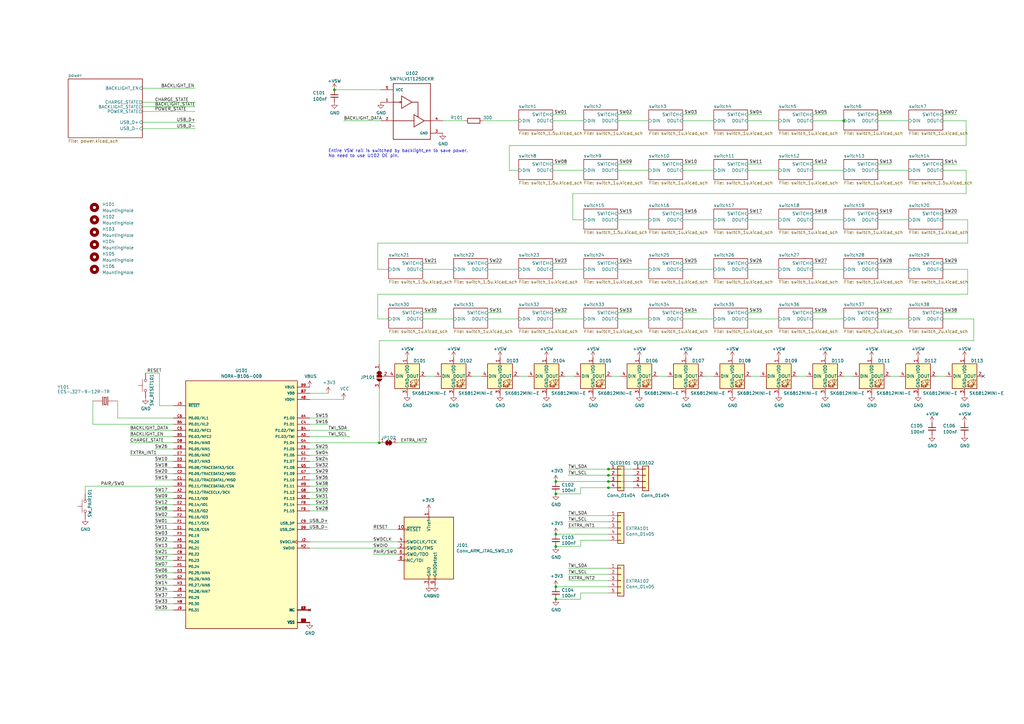
<source format=kicad_sch>
(kicad_sch (version 20211123) (generator eeschema)
  (paper "A3")
  (title_block (title "ErgoDucks") (date "2022-04-27") (rev "Rev 0.1"))
  (junction (at 249.555 200.025))
  (junction (at 155.575 181.61))
  (junction (at 227.965 219.075))
  (junction (at 346.075 49.53))
  (junction (at 249.555 194.945))
  (junction (at 137.16 36.83))
  (junction (at 227.965 202.565))
  (junction (at 227.965 240.665))
  (junction (at 227.965 224.155))
  (junction (at 249.555 192.405))
  (junction (at 249.555 197.485))
  (junction (at 227.965 245.745))
  (junction (at 227.965 197.485))
  (no_connect (at 403.225 154.305))
  (wire (pts (xy 173.355 107.95) (xy 179.07 107.95)))
  (wire (pts (xy 134.62 204.47) (xy 127 204.47)))
  (wire (pts (xy 63.5 189.23) (xy 71.12 189.23)))
  (wire (pts (xy 58.42 52.705) (xy 80.01 52.705)))
  (wire (pts (xy 137.16 36.83) (xy 156.21 36.83)))
  (wire (pts (xy 63.5 242.57) (xy 71.12 242.57)))
  (wire (pts (xy 249.555 211.455) (xy 233.045 211.455)))
  (wire (pts (xy 34.925 202.565) (xy 34.925 199.39)))
  (wire (pts (xy 333.375 130.81) (xy 346.075 130.81)))
  (wire (pts (xy 360.045 110.49) (xy 372.745 110.49)))
  (wire (pts (xy 346.075 49.53) (xy 346.71 49.53)))
  (wire (pts (xy 269.875 154.305) (xy 273.685 154.305)))
  (wire (pts (xy 59.69 153.035) (xy 65.405 153.035)))
  (wire (pts (xy 280.035 107.95) (xy 285.75 107.95)))
  (wire (pts (xy 253.365 46.99) (xy 259.08 46.99)))
  (wire (pts (xy 253.365 49.53) (xy 266.065 49.53)))
  (wire (pts (xy 200.025 128.27) (xy 205.74 128.27)))
  (wire (pts (xy 386.715 130.81) (xy 399.415 130.81)))
  (wire (pts (xy 154.94 130.81) (xy 159.385 130.81)))
  (wire (pts (xy 253.365 128.27) (xy 259.08 128.27)))
  (wire (pts (xy 238.125 200.025) (xy 238.125 202.565)))
  (wire (pts (xy 134.62 184.15) (xy 127 184.15)))
  (wire (pts (xy 63.5 212.09) (xy 71.12 212.09)))
  (wire (pts (xy 396.24 79.375) (xy 234.95 79.375)))
  (wire (pts (xy 134.62 171.45) (xy 127 171.45)))
  (wire (pts (xy 333.375 107.95) (xy 339.09 107.95)))
  (wire (pts (xy 249.555 200.025) (xy 259.715 200.025)))
  (wire (pts (xy 360.045 87.63) (xy 365.76 87.63)))
  (wire (pts (xy 360.045 46.99) (xy 365.76 46.99)))
  (wire (pts (xy 174.625 154.305) (xy 178.435 154.305)))
  (wire (pts (xy 386.715 110.49) (xy 396.875 110.49)))
  (wire (pts (xy 238.125 243.205) (xy 238.125 245.745)))
  (wire (pts (xy 127 217.17) (xy 134.62 217.17)))
  (wire (pts (xy 360.045 128.27) (xy 365.76 128.27)))
  (wire (pts (xy 396.875 120.65) (xy 154.94 120.65)))
  (wire (pts (xy 280.035 87.63) (xy 285.75 87.63)))
  (wire (pts (xy 63.5 229.87) (xy 71.12 229.87)))
  (wire (pts (xy 386.715 46.99) (xy 392.43 46.99)))
  (wire (pts (xy 127 179.07) (xy 143.51 179.07)))
  (wire (pts (xy 327.025 154.305) (xy 330.835 154.305)))
  (wire (pts (xy 253.365 130.81) (xy 266.065 130.81)))
  (wire (pts (xy 38.1 164.465) (xy 38.1 173.99)))
  (wire (pts (xy 134.62 207.01) (xy 127 207.01)))
  (wire (pts (xy 127 214.63) (xy 134.62 214.63)))
  (wire (pts (xy 134.62 189.23) (xy 127 189.23)))
  (wire (pts (xy 163.195 224.79) (xy 127 224.79)))
  (wire (pts (xy 63.5 196.85) (xy 71.12 196.85)))
  (wire (pts (xy 280.035 46.99) (xy 285.75 46.99)))
  (wire (pts (xy 253.365 110.49) (xy 266.065 110.49)))
  (wire (pts (xy 208.915 59.69) (xy 396.24 59.69)))
  (wire (pts (xy 48.26 171.45) (xy 48.26 164.465)))
  (wire (pts (xy 306.705 90.17) (xy 319.405 90.17)))
  (wire (pts (xy 173.355 128.27) (xy 179.07 128.27)))
  (wire (pts (xy 253.365 69.85) (xy 266.065 69.85)))
  (wire (pts (xy 154.94 120.65) (xy 154.94 130.81)))
  (wire (pts (xy 127 222.25) (xy 163.195 222.25)))
  (wire (pts (xy 249.555 192.405) (xy 233.045 192.405)))
  (wire (pts (xy 34.925 199.39) (xy 71.12 199.39)))
  (wire (pts (xy 63.5 227.33) (xy 71.12 227.33)))
  (wire (pts (xy 386.715 107.95) (xy 392.43 107.95)))
  (wire (pts (xy 249.555 200.025) (xy 238.125 200.025)))
  (wire (pts (xy 80.01 45.72) (xy 58.42 45.72)))
  (wire (pts (xy 399.415 139.7) (xy 155.575 139.7)))
  (wire (pts (xy 226.695 69.85) (xy 239.395 69.85)))
  (wire (pts (xy 234.95 79.375) (xy 234.95 90.17)))
  (wire (pts (xy 250.825 154.305) (xy 254.635 154.305)))
  (wire (pts (xy 63.5 247.65) (xy 71.12 247.65)))
  (wire (pts (xy 63.5 207.01) (xy 71.12 207.01)))
  (wire (pts (xy 249.555 213.995) (xy 233.045 213.995)))
  (wire (pts (xy 384.175 154.305) (xy 387.985 154.305)))
  (wire (pts (xy 249.555 192.405) (xy 259.715 192.405)))
  (wire (pts (xy 80.01 43.815) (xy 58.42 43.815)))
  (wire (pts (xy 365.125 154.305) (xy 368.935 154.305)))
  (wire (pts (xy 333.375 46.99) (xy 339.09 46.99)))
  (wire (pts (xy 306.705 128.27) (xy 312.42 128.27)))
  (wire (pts (xy 280.035 67.31) (xy 285.75 67.31)))
  (wire (pts (xy 63.5 245.11) (xy 71.12 245.11)))
  (wire (pts (xy 226.695 49.53) (xy 239.395 49.53)))
  (wire (pts (xy 233.045 238.125) (xy 249.555 238.125)))
  (wire (pts (xy 249.555 194.945) (xy 233.045 194.945)))
  (wire (pts (xy 386.715 128.27) (xy 392.43 128.27)))
  (wire (pts (xy 65.405 166.37) (xy 65.405 153.035)))
  (wire (pts (xy 288.925 154.305) (xy 292.735 154.305)))
  (wire (pts (xy 53.34 176.53) (xy 71.12 176.53)))
  (wire (pts (xy 134.62 199.39) (xy 127 199.39)))
  (wire (pts (xy 386.715 67.31) (xy 392.43 67.31)))
  (wire (pts (xy 333.375 90.17) (xy 346.075 90.17)))
  (wire (pts (xy 333.375 69.85) (xy 346.075 69.85)))
  (wire (pts (xy 249.555 194.945) (xy 259.715 194.945)))
  (wire (pts (xy 63.5 222.25) (xy 71.12 222.25)))
  (wire (pts (xy 63.5 219.71) (xy 71.12 219.71)))
  (wire (pts (xy 134.62 186.69) (xy 127 186.69)))
  (wire (pts (xy 181.61 49.53) (xy 190.5 49.53)))
  (wire (pts (xy 238.125 221.615) (xy 238.125 224.155)))
  (wire (pts (xy 227.965 240.665) (xy 249.555 240.665)))
  (wire (pts (xy 333.375 87.63) (xy 339.09 87.63)))
  (wire (pts (xy 386.715 49.53) (xy 396.24 49.53)))
  (wire (pts (xy 238.125 224.155) (xy 227.965 224.155)))
  (wire (pts (xy 134.62 209.55) (xy 127 209.55)))
  (wire (pts (xy 63.5 204.47) (xy 71.12 204.47)))
  (wire (pts (xy 226.695 67.31) (xy 232.41 67.31)))
  (wire (pts (xy 140.97 163.83) (xy 127 163.83)))
  (wire (pts (xy 226.695 46.99) (xy 232.41 46.99)))
  (wire (pts (xy 396.24 49.53) (xy 396.24 59.69)))
  (wire (pts (xy 249.555 243.205) (xy 238.125 243.205)))
  (wire (pts (xy 360.045 69.85) (xy 372.745 69.85)))
  (wire (pts (xy 234.95 90.17) (xy 239.395 90.17)))
  (wire (pts (xy 154.94 99.695) (xy 154.94 110.49)))
  (wire (pts (xy 306.705 130.81) (xy 319.405 130.81)))
  (wire (pts (xy 253.365 67.31) (xy 259.08 67.31)))
  (wire (pts (xy 249.555 233.045) (xy 233.045 233.045)))
  (wire (pts (xy 140.97 49.53) (xy 156.21 49.53)))
  (wire (pts (xy 80.01 41.91) (xy 58.42 41.91)))
  (wire (pts (xy 249.555 197.485) (xy 259.715 197.485)))
  (wire (pts (xy 360.045 107.95) (xy 365.76 107.95)))
  (wire (pts (xy 153.035 217.17) (xy 163.195 217.17)))
  (wire (pts (xy 307.975 154.305) (xy 311.785 154.305)))
  (wire (pts (xy 71.12 171.45) (xy 48.26 171.45)))
  (wire (pts (xy 333.375 67.31) (xy 339.09 67.31)))
  (wire (pts (xy 127 161.29) (xy 134.62 161.29)))
  (wire (pts (xy 134.62 201.93) (xy 127 201.93)))
  (wire (pts (xy 226.695 110.49) (xy 239.395 110.49)))
  (wire (pts (xy 396.24 69.85) (xy 396.24 79.375)))
  (wire (pts (xy 396.875 90.17) (xy 396.875 99.695)))
  (wire (pts (xy 306.705 49.53) (xy 319.405 49.53)))
  (wire (pts (xy 346.075 154.305) (xy 349.885 154.305)))
  (wire (pts (xy 134.62 194.31) (xy 127 194.31)))
  (wire (pts (xy 198.12 49.53) (xy 212.725 49.53)))
  (wire (pts (xy 53.34 181.61) (xy 71.12 181.61)))
  (wire (pts (xy 134.62 196.85) (xy 127 196.85)))
  (wire (pts (xy 226.695 128.27) (xy 232.41 128.27)))
  (wire (pts (xy 63.5 237.49) (xy 71.12 237.49)))
  (wire (pts (xy 200.025 130.81) (xy 212.725 130.81)))
  (wire (pts (xy 63.5 191.77) (xy 71.12 191.77)))
  (wire (pts (xy 396.875 110.49) (xy 396.875 120.65)))
  (wire (pts (xy 396.875 99.695) (xy 154.94 99.695)))
  (wire (pts (xy 38.1 173.99) (xy 71.12 173.99)))
  (wire (pts (xy 153.035 227.33) (xy 163.195 227.33)))
  (wire (pts (xy 226.695 130.81) (xy 239.395 130.81)))
  (wire (pts (xy 360.045 49.53) (xy 372.745 49.53)))
  (wire (pts (xy 200.025 110.49) (xy 212.725 110.49)))
  (wire (pts (xy 253.365 90.17) (xy 266.065 90.17)))
  (wire (pts (xy 280.035 110.49) (xy 292.735 110.49)))
  (wire (pts (xy 249.555 221.615) (xy 238.125 221.615)))
  (wire (pts (xy 63.5 250.19) (xy 71.12 250.19)))
  (wire (pts (xy 154.94 110.49) (xy 159.385 110.49)))
  (wire (pts (xy 63.5 234.95) (xy 71.12 234.95)))
  (wire (pts (xy 163.195 181.61) (xy 175.26 181.61)))
  (wire (pts (xy 71.12 166.37) (xy 65.405 166.37)))
  (wire (pts (xy 80.01 36.195) (xy 58.42 36.195)))
  (wire (pts (xy 208.915 69.85) (xy 212.725 69.85)))
  (wire (pts (xy 386.715 69.85) (xy 396.24 69.85)))
  (wire (pts (xy 63.5 201.93) (xy 71.12 201.93)))
  (wire (pts (xy 238.125 202.565) (xy 227.965 202.565)))
  (wire (pts (xy 333.375 110.49) (xy 346.075 110.49)))
  (wire (pts (xy 134.62 173.99) (xy 127 173.99)))
  (wire (pts (xy 280.035 90.17) (xy 292.735 90.17)))
  (wire (pts (xy 306.705 46.99) (xy 312.42 46.99)))
  (wire (pts (xy 212.725 154.305) (xy 216.535 154.305)))
  (wire (pts (xy 63.5 217.17) (xy 71.12 217.17)))
  (wire (pts (xy 333.375 49.53) (xy 346.075 49.53)))
  (wire (pts (xy 227.965 197.485) (xy 249.555 197.485)))
  (wire (pts (xy 53.34 179.07) (xy 71.12 179.07)))
  (wire (pts (xy 127 181.61) (xy 155.575 181.61)))
  (wire (pts (xy 63.5 209.55) (xy 71.12 209.55)))
  (wire (pts (xy 280.035 49.53) (xy 292.735 49.53)))
  (wire (pts (xy 208.915 59.69) (xy 208.915 69.85)))
  (wire (pts (xy 306.705 110.49) (xy 319.405 110.49)))
  (wire (pts (xy 399.415 130.81) (xy 399.415 139.7)))
  (wire (pts (xy 227.965 219.075) (xy 249.555 219.075)))
  (wire (pts (xy 63.5 224.79) (xy 71.12 224.79)))
  (wire (pts (xy 226.695 107.95) (xy 232.41 107.95)))
  (wire (pts (xy 63.5 240.03) (xy 71.12 240.03)))
  (wire (pts (xy 238.125 245.745) (xy 227.965 245.745)))
  (wire (pts (xy 127 176.53) (xy 143.51 176.53)))
  (wire (pts (xy 193.675 154.305) (xy 197.485 154.305)))
  (wire (pts (xy 63.5 214.63) (xy 71.12 214.63)))
  (wire (pts (xy 306.705 107.95) (xy 312.42 107.95)))
  (wire (pts (xy 306.705 69.85) (xy 319.405 69.85)))
  (wire (pts (xy 71.12 186.69) (xy 53.34 186.69)))
  (wire (pts (xy 63.5 194.31) (xy 71.12 194.31)))
  (wire (pts (xy 280.035 128.27) (xy 285.75 128.27)))
  (wire (pts (xy 155.575 139.7) (xy 155.575 149.225)))
  (wire (pts (xy 253.365 87.63) (xy 259.08 87.63)))
  (wire (pts (xy 58.42 50.165) (xy 80.01 50.165)))
  (wire (pts (xy 333.375 128.27) (xy 339.09 128.27)))
  (wire (pts (xy 155.575 181.61) (xy 155.575 159.385)))
  (wire (pts (xy 63.5 232.41) (xy 71.12 232.41)))
  (wire (pts (xy 63.5 184.15) (xy 71.12 184.15)))
  (wire (pts (xy 360.045 67.31) (xy 365.76 67.31)))
  (wire (pts (xy 280.035 130.81) (xy 292.735 130.81)))
  (wire (pts (xy 134.62 191.77) (xy 127 191.77)))
  (wire (pts (xy 231.775 154.305) (xy 235.585 154.305)))
  (wire (pts (xy 173.355 110.49) (xy 186.055 110.49)))
  (wire (pts (xy 233.045 216.535) (xy 249.555 216.535)))
  (wire (pts (xy 253.365 107.95) (xy 259.08 107.95)))
  (wire (pts (xy 386.715 87.63) (xy 392.43 87.63)))
  (wire (pts (xy 249.555 235.585) (xy 233.045 235.585)))
  (wire (pts (xy 360.045 90.17) (xy 372.745 90.17)))
  (wire (pts (xy 306.705 67.31) (xy 312.42 67.31)))
  (wire (pts (xy 386.715 90.17) (xy 396.875 90.17)))
  (wire (pts (xy 306.705 87.63) (xy 312.42 87.63)))
  (wire (pts (xy 173.355 130.81) (xy 186.055 130.81)))
  (wire (pts (xy 280.035 69.85) (xy 292.735 69.85)))
  (wire (pts (xy 360.045 130.81) (xy 372.745 130.81)))
  (wire (pts (xy 200.025 107.95) (xy 205.74 107.95)))
  (text "Entire VSW rail is switched by backlight_en to save power. \nNo need to use U102 OE pin." (at 134.62 64.77 0) (effects (font (size 1.27 1.27)) (justify left bottom)))
  (label "SW15" (at 134.62 171.45 180))
  (label "SW34" (at 280.67 128.27 0))
  (label "SW37" (at 63.5 245.11 0))
  (label "SW12" (at 334.01 67.31 0))
  (label "SW14" (at 63.5 240.03 0))
  (label "SW32" (at 134.62 191.77 180))
  (label "SW33" (at 254 128.27 0))
  (label "BACKLIGHT_STATE" (at 63.5 43.815 0))
  (label "SW09" (at 254 67.31 0))
  (label "SW29" (at 387.35 107.95 0))
  (label "SW11" (at 307.34 67.31 0))
  (label "SW19" (at 63.5 196.85 0))
  (label "SW05" (at 63.5 237.49 0))
  (label "SWDIO" (at 153.035 224.79 0))
  (label "SW26" (at 307.34 107.95 0))
  (label "SW27" (at 63.5 229.87 0))
  (label "SW18" (at 63.5 191.77 0))
  (label "TWI_SCL" (at 134.62 179.07 0))
  (label "SW37" (at 360.68 128.27 0))
  (label "SW08" (at 227.33 67.31 0))
  (label "POWER_STATE" (at 63.5 45.72 0))
  (label "SW38" (at 387.35 128.27 0))
  (label "BACKLIGHT_DATA" (at 140.97 49.53 0))
  (label "EXTRA_INT1" (at 233.045 216.535 0))
  (label "SW24" (at 134.62 189.23 180))
  (label "USB_D-" (at 134.62 217.17 180))
  (label "CHARGE_STATE" (at 53.34 181.61 0))
  (label "SW04" (at 307.34 46.99 0))
  (label "SW22" (at 200.66 107.95 0))
  (label "SW01" (at 227.33 46.99 0))
  (label "SW02" (at 63.5 212.09 0))
  (label "PAIR{slash}SWO" (at 153.035 227.33 0))
  (label "TWI_SCL" (at 233.045 235.585 0))
  (label "SW02" (at 254 46.99 0))
  (label "SW26" (at 63.5 184.15 0))
  (label "SW27" (at 334.01 107.95 0))
  (label "TWI_SDA" (at 233.045 211.455 0))
  (label "SW19" (at 360.68 87.63 0))
  (label "SW38" (at 134.62 199.39 180))
  (label "SW35" (at 307.34 128.27 0))
  (label "USB_D+" (at 72.39 50.165 0))
  (label "EXTRA_INT1" (at 53.34 186.69 0))
  (label "SW13" (at 63.5 224.79 0))
  (label "SWDCLK" (at 153.035 222.25 0))
  (label "SW23" (at 227.33 107.95 0))
  (label "BACKLIGHT_EN" (at 53.34 179.07 0))
  (label "EXTRA_INT2" (at 233.045 238.125 0))
  (label "SW29" (at 134.62 194.31 180))
  (label "SW13" (at 360.68 67.31 0))
  (label "RESET" (at 153.035 217.17 0))
  (label "EXTRA_INT2" (at 175.26 181.61 180))
  (label "SW16" (at 134.62 173.99 180))
  (label "SW32" (at 227.33 128.27 0))
  (label "TWI_SDA" (at 233.045 233.045 0))
  (label "SW16" (at 280.67 87.63 0))
  (label "SW24" (at 254 107.95 0))
  (label "TWI_SDA" (at 134.62 176.53 0))
  (label "USB_D-" (at 72.39 52.705 0))
  (label "SW30" (at 173.99 128.27 0))
  (label "SW23" (at 134.62 207.01 180))
  (label "SW28" (at 360.68 107.95 0))
  (label "SW07" (at 63.5 232.41 0))
  (label "SW18" (at 334.01 87.63 0))
  (label "SW06" (at 63.5 234.95 0))
  (label "SW36" (at 334.01 128.27 0))
  (label "SW12" (at 63.5 207.01 0))
  (label "SW15" (at 254 87.63 0))
  (label "SW17" (at 63.5 201.93 0))
  (label "SW31" (at 200.66 128.27 0))
  (label "PAIR{slash}SWO" (at 41.275 199.39 0))
  (label "TWI_SCL" (at 233.045 194.945 0))
  (label "SW14" (at 387.35 67.31 0))
  (label "SW06" (at 360.68 46.99 0))
  (label "SW33" (at 63.5 247.65 0))
  (label "SW01" (at 63.5 214.63 0))
  (label "TWI_SCL" (at 233.045 213.995 0))
  (label "SW03" (at 63.5 219.71 0))
  (label "SW35" (at 63.5 250.19 0))
  (label "BACKLIGHT_DATA" (at 53.34 176.53 0))
  (label "TWI_SDA" (at 233.045 192.405 0))
  (label "CHARGE_STATE" (at 63.5 41.91 0))
  (label "SW31" (at 134.62 204.47 180))
  (label "SW07" (at 387.35 46.99 0))
  (label "SW28" (at 134.62 209.55 180))
  (label "SW30" (at 134.62 201.93 180))
  (label "SW25" (at 280.67 107.95 0))
  (label "SW20" (at 387.35 87.63 0))
  (label "SW11" (at 63.5 217.17 0))
  (label "SW10" (at 63.5 189.23 0))
  (label "RESET" (at 60.325 153.035 0))
  (label "SW09" (at 63.5 204.47 0))
  (label "BACKLIGHT_EN" (at 66.04 36.195 0))
  (label "SW21" (at 63.5 227.33 0))
  (label "SW04" (at 134.62 186.69 180))
  (label "SW10" (at 280.67 67.31 0))
  (label "SW36" (at 134.62 196.85 180))
  (label "USB_D+" (at 134.62 214.63 180))
  (label "SW17" (at 307.34 87.63 0))
  (label "SW25" (at 134.62 184.15 180))
  (label "SW05" (at 334.01 46.99 0))
  (label "SW21" (at 173.99 107.95 0))
  (label "SW08" (at 63.5 209.55 0))
  (label "SW03" (at 280.67 46.99 0))
  (label "SW34" (at 63.5 242.57 0))
  (label "SW20" (at 63.5 194.31 0))
  (label "SW22" (at 63.5 222.25 0))
  (symbol (lib_id "power:VCC") (at 140.97 163.83 0) (unit 1)
    (property "Reference" "#PWR0108" (effects hide))
    (property "Value" "VCC" (at 141.351 159.4358 0))
  )
  (symbol (lib_id "ergoducks:NORA-B106-00B") (at 99.06 207.01 0) (unit 1)
    (property "Reference" "U101" (at 99.06 151.9682 0))
    (property "Value" "NORA-B106-00B" (at 99.06 154.2796 0))
    (property "Footprint" "prettylib:XCVR_NORA-B106-00B" (effects hide))
    (property "MANUFACTURER" "u-blox" (effects hide))
    (property "Product name" "NORA-B106-00B" (effects hide))
    (property "Mouser partno" "377-NORA-B106-00B " (effects hide))
    (property "Digikey partno" "672-NORA-B106-00BCT-ND" (effects hide))
  )
  (symbol (lib_id "power:GND") (at 127 255.27 0) (unit 1)
    (property "Reference" "#PWR0104" (effects hide))
    (property "Value" "GND" (at 127.127 259.6642 0))
  )
  (symbol (lib_id "power:VBUS") (at 127 158.75 0) (unit 1)
    (property "Reference" "#PWR0103" (effects hide))
    (property "Value" "VBUS" (at 127.381 154.3558 0))
  )
  (symbol (lib_id "Connector_Generic:Conn_01x05") (at 254.635 238.125 0) (unit 1) (in_bom no)
    (property "Reference" "EXTRA102" (at 256.667 238.3282 0) (effects (justify left)))
    (property "Value" "Conn_01x05" (at 256.667 240.6396 0) (effects (justify left)))
    (property "Footprint" "Connector_PinHeader_2.54mm:PinHeader_1x05_P2.54mm_Vertical" (effects hide))
    (property "MANUFACTURER" " " (effects hide))
    (property "PARTREV" " " (effects hide))
  )
  (symbol (lib_id "ergoducks:ECS-.327-9-12R-TR") (at 43.18 164.465 0) (unit 1)
    (property "Reference" "Y101" (at 26.035 158.75 0))
    (property "Value" "ECS-.327-9-12R-TR" (at 34.29 160.655 0))
    (property "Footprint" "prettylib:XTAL_ECS-.327-9-12R-TR" (effects hide))
    (property "MANUFACTURER" "ECS INC" (effects hide))
    (property "Product name" "ECS-.327-9-12R-TR" (effects hide))
    (property "Mouser partno" "520-.327-9-12R-T" (effects hide))
    (property "Digikey partno" "XC2745CT-ND" (effects hide))
  )
  (symbol (lib_id "power:+3V3") (at 134.62 161.29 0) (unit 1)
    (property "Reference" "#PWR0105" (effects hide))
    (property "Value" "+3V3" (at 135.001 156.8958 0))
  )
  (symbol (lib_id "Connector_Generic:Conn_01x04") (at 254.635 194.945 0) (unit 1)
    (property "Reference" "OLED101" (at 250.19 189.865 0) (effects (justify left)))
    (property "Value" "Conn_01x04" (at 248.92 203.2 0) (effects (justify left)))
    (property "Footprint" "Connector_PinHeader_2.54mm:PinHeader_1x04_P2.54mm_Vertical" (effects hide))
    (property "MANUFACTURER" " " (effects hide))
    (property "PARTREV" " " (effects hide))
  )
  (symbol (lib_id "power:+3V3") (at 227.965 197.485 0) (unit 1)
    (property "Reference" "#PWR0113" (effects hide))
    (property "Value" "+3V3" (at 228.346 193.0908 0))
  )
  (symbol (lib_id "power:GND") (at 227.965 202.565 0) (unit 1)
    (property "Reference" "#PWR0114" (effects hide))
    (property "Value" "GND" (at 228.092 206.9592 0))
  )
  (symbol (lib_id "Device:C_Small") (at 227.965 200.025 0) (unit 1)
    (property "Reference" "C102" (at 230.3018 198.8566 0) (effects (justify left)))
    (property "Value" "100nF" (at 230.3018 201.168 0) (effects (justify left)))
    (property "Footprint" "Capacitor_SMD:C_0603_1608Metric_Pad1.08x0.95mm_HandSolder" (effects hide))
    (property "Datasheet" "https://media.digikey.com/pdf/Data%20Sheets/Samsung%20PDFs/CL10B104JB8NNNC_Spec.pdf" (effects hide))
    (property "MANUFACTURER" "Samsung" (effects hide))
    (property "PARTREV" " " (effects hide))
    (property "Product name" "CL10B104JB8NNNC" (effects hide))
    (property "Mouser partno" "187-CL10B104JB8NNNC" (effects hide))
    (property "Digikey partno" "1276-1033-1-ND" (effects hide))
  )
  (symbol (lib_id "Connector_Generic:Conn_01x05") (at 254.635 216.535 0) (unit 1) (in_bom no)
    (property "Reference" "EXTRA101" (at 256.667 216.7382 0) (effects (justify left)))
    (property "Value" "Conn_01x05" (at 256.667 219.0496 0) (effects (justify left)))
    (property "Footprint" "Connector_PinHeader_2.54mm:PinHeader_1x05_P2.54mm_Vertical" (effects hide))
    (property "MANUFACTURER" " " (effects hide))
    (property "PARTREV" " " (effects hide))
  )
  (symbol (lib_id "power:+3V3") (at 227.965 219.075 0) (unit 1)
    (property "Reference" "#PWR0115" (effects hide))
    (property "Value" "+3V3" (at 228.346 214.6808 0))
  )
  (symbol (lib_id "power:GND") (at 227.965 224.155 0) (unit 1)
    (property "Reference" "#PWR0116" (effects hide))
    (property "Value" "GND" (at 228.092 228.5492 0))
  )
  (symbol (lib_id "Device:C_Small") (at 227.965 221.615 0) (unit 1)
    (property "Reference" "C103" (at 230.3018 220.4466 0) (effects (justify left)))
    (property "Value" "100nF" (at 230.3018 222.758 0) (effects (justify left)))
    (property "Footprint" "Capacitor_SMD:C_0603_1608Metric_Pad1.08x0.95mm_HandSolder" (effects hide))
    (property "Datasheet" "https://media.digikey.com/pdf/Data%20Sheets/Samsung%20PDFs/CL10B104JB8NNNC_Spec.pdf" (effects hide))
    (property "MANUFACTURER" "Samsung" (effects hide))
    (property "PARTREV" " " (effects hide))
    (property "Product name" "CL10B104JB8NNNC" (effects hide))
    (property "Mouser partno" "187-CL10B104JB8NNNC" (effects hide))
    (property "Digikey partno" "1276-1033-1-ND" (effects hide))
  )
  (symbol (lib_id "power:+3V3") (at 227.965 240.665 0) (unit 1)
    (property "Reference" "#PWR0117" (effects hide))
    (property "Value" "+3V3" (at 228.346 236.2708 0))
  )
  (symbol (lib_id "power:GND") (at 227.965 245.745 0) (unit 1)
    (property "Reference" "#PWR0118" (effects hide))
    (property "Value" "GND" (at 228.092 250.1392 0))
  )
  (symbol (lib_id "Device:C_Small") (at 227.965 243.205 0) (unit 1)
    (property "Reference" "C104" (at 230.3018 242.0366 0) (effects (justify left)))
    (property "Value" "100nF" (at 230.3018 244.348 0) (effects (justify left)))
    (property "Footprint" "Capacitor_SMD:C_0603_1608Metric_Pad1.08x0.95mm_HandSolder" (effects hide))
    (property "Datasheet" "https://media.digikey.com/pdf/Data%20Sheets/Samsung%20PDFs/CL10B104JB8NNNC_Spec.pdf" (effects hide))
    (property "MANUFACTURER" "Samsung" (effects hide))
    (property "PARTREV" " " (effects hide))
    (property "Product name" "CL10B104JB8NNNC" (effects hide))
    (property "Mouser partno" "187-CL10B104JB8NNNC" (effects hide))
    (property "Digikey partno" "1276-1033-1-ND" (effects hide))
  )
  (symbol (lib_id "Connector:Conn_ARM_JTAG_SWD_10") (at 175.895 224.79 0) (mirror y) (unit 1)
    (property "Reference" "J101" (at 187.1472 223.6216 0) (effects (justify right)))
    (property "Value" "Conn_ARM_JTAG_SWD_10" (at 187.1472 225.933 0) (effects (justify right)))
    (property "Footprint" "Connector_PinHeader_1.27mm:PinHeader_2x05_P1.27mm_Vertical_SMD" (effects hide))
    (property "Datasheet" "http://infocenter.arm.com/help/topic/com.arm.doc.ddi0314h/DDI0314H_coresight_components_trm.pdf" (effects hide))
    (property "MANUFACTURER" "Samtec" (effects hide))
    (property "PARTREV" " " (effects hide))
    (property "Product name" "FTSH-105-01-L-DV-K-A-TR" (effects hide))
    (property "Mouser partno" "200-FTSH10501LDVKATR " (effects hide))
    (property "Digikey partno" "612-FTSH-105-01-L-DV-K-A-CT-ND" (effects hide))
  )
  (symbol (lib_id "power:GND") (at 178.435 240.03 0) (mirror y) (unit 1)
    (property "Reference" "#PWR0111" (effects hide))
    (property "Value" "GND" (at 178.308 244.4242 0))
  )
  (symbol (lib_id "power:GND") (at 175.895 240.03 0) (mirror y) (unit 1)
    (property "Reference" "#PWR0110" (effects hide))
    (property "Value" "GND" (at 175.768 244.4242 0))
  )
  (symbol (lib_id "power:+3V3") (at 175.895 209.55 0) (mirror y) (unit 1)
    (property "Reference" "#PWR0109" (effects hide))
    (property "Value" "+3V3" (at 175.514 205.1558 0))
  )
  (symbol (lib_id "power:GND") (at 137.16 41.91 0) (unit 1)
    (property "Reference" "#PWR0107" (effects hide))
    (property "Value" "GND" (at 137.287 46.3042 0))
  )
  (symbol (lib_id "ergoducks:SK6812MINI-E") (at 319.405 154.305 0) (unit 1)
    (property "Reference" "D109" (at 321.945 147.955 0) (effects (justify left)))
    (property "Value" "SK6812MINI-E" (at 321.31 161.29 0) (effects (justify left)))
    (property "Footprint" "prettylib:SK6812MINI-E-reversible" (effects hide))
    (property "Datasheet" "https://cdn-shop.adafruit.com/product-files/4960/4960_SK6812MINI-E_REV02_EN.pdf" (effects hide))
    (property "MANUFACTURER" "DONGGUAN OPSCO OPTOELECTRONICS" (effects hide))
    (property "PARTREV" " " (effects hide))
    (property "Product name" "SK6812MINI-E" (effects hide))
    (property "Adafruit partno" "4960" (effects hide))
    (property "Digikey partno" "1528-4960-ND" (effects hide))
  )
  (symbol (lib_id "Mechanical:MountingHole") (at 38.735 105.41 0) (unit 1) (in_bom no)
    (property "Reference" "H105" (at 41.91 104.1399 0) (effects (justify left)))
    (property "Value" "MountingHole" (at 41.91 106.6799 0) (effects (justify left)))
    (property "Footprint" "prettylib:mounting_hole" (effects hide))
  )
  (symbol (lib_id "ergoducks:SK6812MINI-E") (at 395.605 154.305 0) (unit 1)
    (property "Reference" "D113" (at 398.145 147.955 0) (effects (justify left)))
    (property "Value" "SK6812MINI-E" (at 397.51 161.29 0) (effects (justify left)))
    (property "Footprint" "prettylib:SK6812MINI-E-reversible" (effects hide))
    (property "Datasheet" "https://cdn-shop.adafruit.com/product-files/4960/4960_SK6812MINI-E_REV02_EN.pdf" (effects hide))
    (property "MANUFACTURER" "DONGGUAN OPSCO OPTOELECTRONICS" (effects hide))
    (property "PARTREV" " " (effects hide))
    (property "Product name" "SK6812MINI-E" (effects hide))
    (property "Adafruit partno" "4960" (effects hide))
    (property "Digikey partno" "1528-4960-ND" (effects hide))
  )
  (symbol (lib_id "power:+VSW") (at 243.205 146.685 0) (unit 1)
    (property "Reference" "#PWR0183" (effects hide))
    (property "Value" "+VSW" (at 243.205 143.1092 0))
  )
  (symbol (lib_id "ergoducks:SK6812MINI-E") (at 300.355 154.305 0) (unit 1)
    (property "Reference" "D108" (at 302.895 147.955 0) (effects (justify left)))
    (property "Value" "SK6812MINI-E" (at 302.26 161.29 0) (effects (justify left)))
    (property "Footprint" "prettylib:SK6812MINI-E-reversible" (effects hide))
    (property "Datasheet" "https://cdn-shop.adafruit.com/product-files/4960/4960_SK6812MINI-E_REV02_EN.pdf" (effects hide))
    (property "MANUFACTURER" "DONGGUAN OPSCO OPTOELECTRONICS" (effects hide))
    (property "PARTREV" " " (effects hide))
    (property "Product name" "SK6812MINI-E" (effects hide))
    (property "Adafruit partno" "4960" (effects hide))
    (property "Digikey partno" "1528-4960-ND" (effects hide))
  )
  (symbol (lib_id "power:+VSW") (at 395.605 146.685 0) (unit 1)
    (property "Reference" "#PWR0181" (effects hide))
    (property "Value" "+VSW" (at 395.605 143.1092 0))
  )
  (symbol (lib_id "power:GND") (at 205.105 161.925 0) (unit 1)
    (property "Reference" "#PWR0190" (effects hide))
    (property "Value" "GND" (at 205.232 166.3192 0))
  )
  (symbol (lib_id "Device:R") (at 194.31 49.53 90) (unit 1)
    (property "Reference" "R101" (at 187.325 48.26 90))
    (property "Value" "300" (at 200.025 48.26 90))
    (property "Footprint" "Resistor_SMD:R_0603_1608Metric_Pad0.98x0.95mm_HandSolder" (effects hide))
    (property "Datasheet" "https://www.seielect.com/catalog/sei-rmcf_rmcp.pdf" (effects hide))
    (property "MANUFACTURER" "Stackpole" (effects hide))
    (property "PARTREV" " " (effects hide))
    (property "Product name" "RMCF0603JT300R" (effects hide))
    (property "Mouser partno" "667-ERJ-H3ED3000V" (effects hide))
    (property "Digikey partno" "RMCF0603JT300RCT-ND" (effects hide))
  )
  (symbol (lib_id "ergoducks:SK6812MINI-E") (at 338.455 154.305 0) (unit 1)
    (property "Reference" "D110" (at 340.995 147.955 0) (effects (justify left)))
    (property "Value" "SK6812MINI-E" (at 340.36 161.29 0) (effects (justify left)))
    (property "Footprint" "prettylib:SK6812MINI-E-reversible" (effects hide))
    (property "Datasheet" "https://cdn-shop.adafruit.com/product-files/4960/4960_SK6812MINI-E_REV02_EN.pdf" (effects hide))
    (property "MANUFACTURER" "DONGGUAN OPSCO OPTOELECTRONICS" (effects hide))
    (property "PARTREV" " " (effects hide))
    (property "Product name" "SK6812MINI-E" (effects hide))
    (property "Adafruit partno" "4960" (effects hide))
    (property "Digikey partno" "1528-4960-ND" (effects hide))
  )
  (symbol (lib_id "Switch:SW_Push") (at 59.69 158.115 90) (mirror x) (unit 1)
    (property "Reference" "SW_RESET101" (at 62.23 160.02 0))
    (property "Value" "SW_Push" (effects hide))
    (property "Footprint" "prettylib:SW_SPST_CK_RS282G05A3_reversible" (effects hide))
    (property "Datasheet" "https://media.digikey.com/pdf/Data%20Sheets/C&K/RS-282G05A-SM_RT.pdf" (effects hide))
    (property "MANUFACTURER" "C&K" (effects hide))
    (property "Product name" "RS-282G05A3-SM RT" (effects hide))
    (property "Mouser partno" "611-RS-282G05A3-SMRT" (effects hide))
    (property "Digikey partno" "CKN10384CT-ND" (effects hide))
  )
  (symbol (lib_id "Jumper:SolderJumper_2_Bridged") (at 159.385 181.61 0) (unit 1) (in_bom no)
    (property "Reference" "JP102" (at 159.385 179.5582 0))
    (property "Value" "SolderJumper_2_Bridged" (effects hide))
    (property "Footprint" "Jumper:SolderJumper-2_P1.3mm_Bridged_Pad1.0x1.5mm" (effects hide))
  )
  (symbol (lib_id "Mechanical:MountingHole") (at 38.735 95.25 0) (unit 1) (in_bom no)
    (property "Reference" "H103" (at 41.91 93.9799 0) (effects (justify left)))
    (property "Value" "MountingHole" (at 41.91 96.5199 0) (effects (justify left)))
    (property "Footprint" "prettylib:mounting_hole" (effects hide))
  )
  (symbol (lib_id "power:GND") (at 338.455 161.925 0) (unit 1)
    (property "Reference" "#PWR0197" (effects hide))
    (property "Value" "GND" (at 338.582 166.3192 0))
  )
  (symbol (lib_id "power:GND") (at 395.605 178.435 0) (unit 1)
    (property "Reference" "#PWR0204" (effects hide))
    (property "Value" "GND" (at 395.732 182.8292 0))
  )
  (symbol (lib_id "power:GND") (at 357.505 161.925 0) (unit 1)
    (property "Reference" "#PWR0200" (effects hide))
    (property "Value" "GND" (at 357.632 166.3192 0))
  )
  (symbol (lib_id "ergoducks:SK6812MINI-E") (at 262.255 154.305 0) (unit 1)
    (property "Reference" "D106" (at 264.795 147.955 0) (effects (justify left)))
    (property "Value" "SK6812MINI-E" (at 264.16 161.29 0) (effects (justify left)))
    (property "Footprint" "prettylib:SK6812MINI-E-reversible" (effects hide))
    (property "Datasheet" "https://cdn-shop.adafruit.com/product-files/4960/4960_SK6812MINI-E_REV02_EN.pdf" (effects hide))
    (property "MANUFACTURER" "DONGGUAN OPSCO OPTOELECTRONICS" (effects hide))
    (property "PARTREV" " " (effects hide))
    (property "Product name" "SK6812MINI-E" (effects hide))
    (property "Adafruit partno" "4960" (effects hide))
    (property "Digikey partno" "1528-4960-ND" (effects hide))
  )
  (symbol (lib_id "power:+VSW") (at 224.155 146.685 0) (unit 1)
    (property "Reference" "#PWR0192" (effects hide))
    (property "Value" "+VSW" (at 224.155 143.1092 0))
  )
  (symbol (lib_id "power:GND") (at 167.005 161.925 0) (unit 1)
    (property "Reference" "#PWR0177" (effects hide))
    (property "Value" "GND" (at 167.132 166.3192 0))
  )
  (symbol (lib_id "Mechanical:MountingHole") (at 38.735 100.33 0) (unit 1) (in_bom no)
    (property "Reference" "H104" (at 41.91 99.0599 0) (effects (justify left)))
    (property "Value" "MountingHole" (at 41.91 101.5999 0) (effects (justify left)))
    (property "Footprint" "prettylib:mounting_hole" (effects hide))
  )
  (symbol (lib_id "power:+VSW") (at 205.105 146.685 0) (unit 1)
    (property "Reference" "#PWR0191" (effects hide))
    (property "Value" "+VSW" (at 205.105 143.1092 0))
  )
  (symbol (lib_id "power:+VSW") (at 300.355 146.685 0) (unit 1)
    (property "Reference" "#PWR0193" (effects hide))
    (property "Value" "+VSW" (at 300.355 143.1092 0))
  )
  (symbol (lib_id "ergoducks:SK6812MINI-E") (at 205.105 154.305 0) (unit 1)
    (property "Reference" "D103" (at 207.645 147.955 0) (effects (justify left)))
    (property "Value" "SK6812MINI-E" (at 207.01 161.29 0) (effects (justify left)))
    (property "Footprint" "prettylib:SK6812MINI-E-reversible" (effects hide))
    (property "Datasheet" "https://cdn-shop.adafruit.com/product-files/4960/4960_SK6812MINI-E_REV02_EN.pdf" (effects hide))
    (property "MANUFACTURER" "DONGGUAN OPSCO OPTOELECTRONICS" (effects hide))
    (property "PARTREV" " " (effects hide))
    (property "Product name" "SK6812MINI-E" (effects hide))
    (property "Adafruit partno" "4960" (effects hide))
    (property "Digikey partno" "1528-4960-ND" (effects hide))
  )
  (symbol (lib_id "ergoducks:SK6812MINI-E") (at 167.005 154.305 0) (unit 1)
    (property "Reference" "D101" (at 169.545 147.955 0) (effects (justify left)))
    (property "Value" "SK6812MINI-E" (at 168.91 161.29 0) (effects (justify left)))
    (property "Footprint" "prettylib:SK6812MINI-E-reversible" (effects hide))
    (property "Datasheet" "https://cdn-shop.adafruit.com/product-files/4960/4960_SK6812MINI-E_REV02_EN.pdf" (effects hide))
    (property "MANUFACTURER" "DONGGUAN OPSCO OPTOELECTRONICS" (effects hide))
    (property "PARTREV" " " (effects hide))
    (property "Product name" "SK6812MINI-E" (effects hide))
    (property "Adafruit partno" "4960" (effects hide))
    (property "Digikey partno" "1528-4960-ND" (effects hide))
  )
  (symbol (lib_id "power:+VSW") (at 137.16 36.83 0) (unit 1)
    (property "Reference" "#PWR0106" (effects hide))
    (property "Value" "+VSW" (at 137.16 33.2542 0))
  )
  (symbol (lib_id "power:GND") (at 186.055 161.925 0) (unit 1)
    (property "Reference" "#PWR0199" (effects hide))
    (property "Value" "GND" (at 186.182 166.3192 0))
  )
  (symbol (lib_id "ergoducks:SN74LV1T125DCKR") (at 168.91 46.99 0) (unit 1)
    (property "Reference" "U102" (at 168.91 30.0482 0))
    (property "Value" "SN74LV1T125DCKR" (at 168.91 32.3596 0))
    (property "Footprint" "prettylib:SOT-23-5" (effects hide))
    (property "MANUFACTURER" "Texas Instruments" (effects hide))
    (property "Product name" "SN74LV1T125DCKR" (effects hide))
    (property "Mouser partno" "595-SN74LV1T125DCKR" (effects hide))
    (property "Digikey partno" "296-37173-1-ND" (effects hide))
  )
  (symbol (lib_id "power:GND") (at 395.605 161.925 0) (unit 1)
    (property "Reference" "#PWR0182" (effects hide))
    (property "Value" "GND" (at 395.732 166.3192 0))
  )
  (symbol (lib_id "power:+VSW") (at 376.555 146.685 0) (unit 1)
    (property "Reference" "#PWR0179" (effects hide))
    (property "Value" "+VSW" (at 376.555 143.1092 0))
  )
  (symbol (lib_id "ergoducks:SK6812MINI-E") (at 186.055 154.305 0) (unit 1)
    (property "Reference" "D102" (at 188.595 147.955 0) (effects (justify left)))
    (property "Value" "SK6812MINI-E" (at 187.96 161.29 0) (effects (justify left)))
    (property "Footprint" "prettylib:SK6812MINI-E-reversible" (effects hide))
    (property "Datasheet" "https://cdn-shop.adafruit.com/product-files/4960/4960_SK6812MINI-E_REV02_EN.pdf" (effects hide))
    (property "MANUFACTURER" "DONGGUAN OPSCO OPTOELECTRONICS" (effects hide))
    (property "PARTREV" " " (effects hide))
    (property "Product name" "SK6812MINI-E" (effects hide))
    (property "Adafruit partno" "4960" (effects hide))
    (property "Digikey partno" "1528-4960-ND" (effects hide))
  )
  (symbol (lib_id "ergoducks:SK6812MINI-E") (at 243.205 154.305 0) (unit 1)
    (property "Reference" "D105" (at 245.745 147.955 0) (effects (justify left)))
    (property "Value" "SK6812MINI-E" (at 245.11 161.29 0) (effects (justify left)))
    (property "Footprint" "prettylib:SK6812MINI-E-reversible" (effects hide))
    (property "Datasheet" "https://cdn-shop.adafruit.com/product-files/4960/4960_SK6812MINI-E_REV02_EN.pdf" (effects hide))
    (property "MANUFACTURER" "DONGGUAN OPSCO OPTOELECTRONICS" (effects hide))
    (property "PARTREV" " " (effects hide))
    (property "Product name" "SK6812MINI-E" (effects hide))
    (property "Adafruit partno" "4960" (effects hide))
    (property "Digikey partno" "1528-4960-ND" (effects hide))
  )
  (symbol (lib_id "power:GND") (at 376.555 161.925 0) (unit 1)
    (property "Reference" "#PWR0180" (effects hide))
    (property "Value" "GND" (at 376.682 166.3192 0))
  )
  (symbol (lib_id "power:GND") (at 59.69 163.195 0) (unit 1)
    (property "Reference" "#PWR0119" (effects hide))
    (property "Value" "GND" (at 59.817 167.5892 0))
  )
  (symbol (lib_id "power:+VSW") (at 281.305 146.685 0) (unit 1)
    (property "Reference" "#PWR0185" (effects hide))
    (property "Value" "+VSW" (at 281.305 143.1092 0))
  )
  (symbol (lib_id "power:GND") (at 156.21 41.91 0) (unit 1)
    (property "Reference" "#PWR0124" (effects hide))
    (property "Value" "GND" (at 156.337 46.3042 0))
  )
  (symbol (lib_id "power:GND") (at 34.925 212.725 0) (unit 1)
    (property "Reference" "#PWR0120" (effects hide))
    (property "Value" "GND" (at 35.052 217.1192 0))
  )
  (symbol (lib_id "power:+VSW") (at 319.405 146.685 0) (unit 1)
    (property "Reference" "#PWR0195" (effects hide))
    (property "Value" "+VSW" (at 319.405 143.1092 0))
  )
  (symbol (lib_id "power:+VSW") (at 338.455 146.685 0) (unit 1)
    (property "Reference" "#PWR0178" (effects hide))
    (property "Value" "+VSW" (at 338.455 143.1092 0))
  )
  (symbol (lib_id "power:+VSW") (at 186.055 146.685 0) (unit 1)
    (property "Reference" "#PWR0198" (effects hide))
    (property "Value" "+VSW" (at 186.055 143.1092 0))
  )
  (symbol (lib_id "power:GND") (at 281.305 161.925 0) (unit 1)
    (property "Reference" "#PWR0189" (effects hide))
    (property "Value" "GND" (at 281.432 166.3192 0))
  )
  (symbol (lib_id "power:+VSW") (at 382.27 173.355 0) (unit 1)
    (property "Reference" "#PWR0208" (effects hide))
    (property "Value" "+VSW" (at 382.27 169.7792 0))
  )
  (symbol (lib_id "ergoducks:SK6812MINI-E") (at 281.305 154.305 0) (unit 1)
    (property "Reference" "D107" (at 283.845 147.955 0) (effects (justify left)))
    (property "Value" "SK6812MINI-E" (at 283.21 161.29 0) (effects (justify left)))
    (property "Footprint" "prettylib:SK6812MINI-E-reversible" (effects hide))
    (property "Datasheet" "https://cdn-shop.adafruit.com/product-files/4960/4960_SK6812MINI-E_REV02_EN.pdf" (effects hide))
    (property "MANUFACTURER" "DONGGUAN OPSCO OPTOELECTRONICS" (effects hide))
    (property "PARTREV" " " (effects hide))
    (property "Product name" "SK6812MINI-E" (effects hide))
    (property "Adafruit partno" "4960" (effects hide))
    (property "Digikey partno" "1528-4960-ND" (effects hide))
  )
  (symbol (lib_id "power:GND") (at 319.405 161.925 0) (unit 1)
    (property "Reference" "#PWR0196" (effects hide))
    (property "Value" "GND" (at 319.532 166.3192 0))
  )
  (symbol (lib_id "power:GND") (at 382.27 178.435 0) (unit 1)
    (property "Reference" "#PWR0209" (effects hide))
    (property "Value" "GND" (at 382.397 182.8292 0))
  )
  (symbol (lib_id "ergoducks:SK6812MINI-E") (at 224.155 154.305 0) (unit 1)
    (property "Reference" "D104" (at 226.695 147.955 0) (effects (justify left)))
    (property "Value" "SK6812MINI-E" (at 226.06 161.29 0) (effects (justify left)))
    (property "Footprint" "prettylib:SK6812MINI-E-reversible" (effects hide))
    (property "Datasheet" "https://cdn-shop.adafruit.com/product-files/4960/4960_SK6812MINI-E_REV02_EN.pdf" (effects hide))
    (property "MANUFACTURER" "DONGGUAN OPSCO OPTOELECTRONICS" (effects hide))
    (property "PARTREV" " " (effects hide))
    (property "Product name" "SK6812MINI-E" (effects hide))
    (property "Adafruit partno" "4960" (effects hide))
    (property "Digikey partno" "1528-4960-ND" (effects hide))
  )
  (symbol (lib_id "Device:C_Small") (at 382.27 175.895 0) (unit 1)
    (property "Reference" "C105" (at 373.38 174.625 0) (effects (justify left)))
    (property "Value" "100nF" (at 373.38 177.165 0) (effects (justify left)))
    (property "Footprint" "Capacitor_SMD:C_0603_1608Metric_Pad1.08x0.95mm_HandSolder" (effects hide))
    (property "Datasheet" "https://media.digikey.com/pdf/Data%20Sheets/Samsung%20PDFs/CL10B104JB8NNNC_Spec.pdf" (effects hide))
    (property "MANUFACTURER" "Samsung" (effects hide))
    (property "PARTREV" " " (effects hide))
    (property "Product name" "CL10B104JB8NNNC" (effects hide))
    (property "Mouser partno" "187-CL10B104JB8NNNC" (effects hide))
    (property "Digikey partno" "1276-1033-1-ND" (effects hide))
  )
  (symbol (lib_id "power:GND") (at 300.355 161.925 0) (unit 1)
    (property "Reference" "#PWR0194" (effects hide))
    (property "Value" "GND" (at 300.482 166.3192 0))
  )
  (symbol (lib_id "Connector_Generic:Conn_01x04") (at 264.795 194.945 0) (unit 1) (in_bom no)
    (property "Reference" "OLED102" (at 259.715 189.865 0) (effects (justify left)))
    (property "Value" "Conn_01x04" (at 262.89 203.2 0) (effects (justify left)))
    (property "Footprint" "Connector_PinHeader_2.54mm:PinHeader_1x04_P2.54mm_Vertical" (effects hide))
    (property "MANUFACTURER" " " (effects hide))
    (property "PARTREV" " " (effects hide))
  )
  (symbol (lib_id "ergoducks:SK6812MINI-E") (at 376.555 154.305 0) (unit 1)
    (property "Reference" "D112" (at 379.095 147.955 0) (effects (justify left)))
    (property "Value" "SK6812MINI-E" (at 378.46 161.29 0) (effects (justify left)))
    (property "Footprint" "prettylib:SK6812MINI-E-reversible" (effects hide))
    (property "Datasheet" "https://cdn-shop.adafruit.com/product-files/4960/4960_SK6812MINI-E_REV02_EN.pdf" (effects hide))
    (property "MANUFACTURER" "DONGGUAN OPSCO OPTOELECTRONICS" (effects hide))
    (property "PARTREV" " " (effects hide))
    (property "Product name" "SK6812MINI-E" (effects hide))
    (property "Adafruit partno" "4960" (effects hide))
    (property "Digikey partno" "1528-4960-ND" (effects hide))
  )
  (symbol (lib_id "power:+VSW") (at 357.505 146.685 0) (unit 1)
    (property "Reference" "#PWR0202" (effects hide))
    (property "Value" "+VSW" (at 357.505 143.1092 0))
  )
  (symbol (lib_id "power:+VSW") (at 262.255 146.685 0) (unit 1)
    (property "Reference" "#PWR0184" (effects hide))
    (property "Value" "+VSW" (at 262.255 143.1092 0))
  )
  (symbol (lib_id "Switch:SW_Push") (at 34.925 207.645 90) (unit 1)
    (property "Reference" "SW_PAIR101" (at 36.83 206.375 0))
    (property "Value" "SW_Push" (effects hide))
    (property "Footprint" "prettylib:SW_SPST_CK_RS282G05A3_reversible" (effects hide))
    (property "Datasheet" "https://media.digikey.com/pdf/Data%20Sheets/C&K/RS-282G05A-SM_RT.pdf" (effects hide))
    (property "MANUFACTURER" "C&K" (effects hide))
    (property "Product name" "RS-282G05A3-SM RT" (effects hide))
    (property "Mouser partno" "611-RS-282G05A3-SMRT" (effects hide))
    (property "Digikey partno" "CKN10384CT-ND" (effects hide))
  )
  (symbol (lib_id "power:+VSW") (at 395.605 173.355 0) (unit 1)
    (property "Reference" "#PWR0206" (effects hide))
    (property "Value" "+VSW" (at 395.605 169.7792 0))
  )
  (symbol (lib_id "Device:C_Small") (at 395.605 175.895 0) (unit 1)
    (property "Reference" "C106" (at 386.715 174.625 0) (effects (justify left)))
    (property "Value" "100nF" (at 386.715 177.165 0) (effects (justify left)))
    (property "Footprint" "Capacitor_SMD:C_0603_1608Metric_Pad1.08x0.95mm_HandSolder" (effects hide))
    (property "Datasheet" "https://media.digikey.com/pdf/Data%20Sheets/Samsung%20PDFs/CL10B104JB8NNNC_Spec.pdf" (effects hide))
    (property "MANUFACTURER" "Samsung" (effects hide))
    (property "PARTREV" " " (effects hide))
    (property "Product name" "CL10B104JB8NNNC" (effects hide))
    (property "Mouser partno" "187-CL10B104JB8NNNC" (effects hide))
    (property "Digikey partno" "1276-1033-1-ND" (effects hide))
  )
  (symbol (lib_id "power:+VSW") (at 167.005 146.685 0) (unit 1)
    (property "Reference" "#PWR0102" (effects hide))
    (property "Value" "+VSW" (at 167.005 143.1092 0))
  )
  (symbol (lib_id "Mechanical:MountingHole") (at 38.735 90.17 0) (unit 1) (in_bom no)
    (property "Reference" "H102" (at 41.91 88.8999 0) (effects (justify left)))
    (property "Value" "MountingHole" (at 41.91 91.4399 0) (effects (justify left)))
    (property "Footprint" "prettylib:mounting_hole" (effects hide))
  )
  (symbol (lib_id "power:GND") (at 262.255 161.925 0) (unit 1)
    (property "Reference" "#PWR0188" (effects hide))
    (property "Value" "GND" (at 262.382 166.3192 0))
  )
  (symbol (lib_id "Device:C_Small") (at 137.16 39.37 0) (unit 1)
    (property "Reference" "C101" (at 128.27 38.1 0) (effects (justify left)))
    (property "Value" "100nF" (at 128.27 40.64 0) (effects (justify left)))
    (property "Footprint" "Capacitor_SMD:C_0603_1608Metric_Pad1.08x0.95mm_HandSolder" (effects hide))
    (property "Datasheet" "https://media.digikey.com/pdf/Data%20Sheets/Samsung%20PDFs/CL10B104JB8NNNC_Spec.pdf" (effects hide))
    (property "MANUFACTURER" "Samsung" (effects hide))
    (property "PARTREV" " " (effects hide))
    (property "Product name" "CL10B104JB8NNNC" (effects hide))
    (property "Mouser partno" "187-CL10B104JB8NNNC" (effects hide))
    (property "Digikey partno" "1276-1033-1-ND" (effects hide))
  )
  (symbol (lib_id "Mechanical:MountingHole") (at 38.735 110.49 0) (unit 1) (in_bom no)
    (property "Reference" "H106" (at 41.91 109.2199 0) (effects (justify left)))
    (property "Value" "MountingHole" (at 41.91 111.7599 0) (effects (justify left)))
    (property "Footprint" "prettylib:mounting_hole" (effects hide))
  )
  (symbol (lib_id "power:GND") (at 181.61 54.61 0) (unit 1)
    (property "Reference" "#PWR0112" (effects hide))
    (property "Value" "GND" (at 181.737 59.0042 0))
  )
  (symbol (lib_id "ergoducks:SK6812MINI-E") (at 357.505 154.305 0) (unit 1)
    (property "Reference" "D111" (at 360.045 147.955 0) (effects (justify left)))
    (property "Value" "SK6812MINI-E" (at 359.41 161.29 0) (effects (justify left)))
    (property "Footprint" "prettylib:SK6812MINI-E-reversible" (effects hide))
    (property "Datasheet" "https://cdn-shop.adafruit.com/product-files/4960/4960_SK6812MINI-E_REV02_EN.pdf" (effects hide))
    (property "MANUFACTURER" "DONGGUAN OPSCO OPTOELECTRONICS" (effects hide))
    (property "PARTREV" " " (effects hide))
    (property "Product name" "SK6812MINI-E" (effects hide))
    (property "Adafruit partno" "4960" (effects hide))
    (property "Digikey partno" "1528-4960-ND" (effects hide))
  )
  (symbol (lib_id "Mechanical:MountingHole") (at 38.735 85.09 0) (unit 1) (in_bom no)
    (property "Reference" "H101" (at 41.91 83.8199 0) (effects (justify left)))
    (property "Value" "MountingHole" (at 41.91 86.3599 0) (effects (justify left)))
    (property "Footprint" "prettylib:mounting_hole" (effects hide))
  )
  (symbol (lib_id "power:GND") (at 243.205 161.925 0) (unit 1)
    (property "Reference" "#PWR0187" (effects hide))
    (property "Value" "GND" (at 243.332 166.3192 0))
  )
  (symbol (lib_id "power:GND") (at 224.155 161.925 0) (unit 1)
    (property "Reference" "#PWR0186" (effects hide))
    (property "Value" "GND" (at 224.282 166.3192 0))
  )
  (symbol (lib_id "Jumper:SolderJumper_3_Bridged12") (at 155.575 154.305 90) (mirror x) (unit 1) (in_bom no)
    (property "Reference" "JP101" (at 153.924 154.7388 90) (effects (justify left)))
    (property "Value" "SolderJumper_3_Bridged12" (effects hide))
    (property "Footprint" "Jumper:SolderJumper-3_P1.3mm_Bridged12_Pad1.0x1.5mm" (effects hide))
  )
  (sheet (at 27.94 32.385) (size 30.48 24.13)
    (property "Sheet name" "power" (at 27.94 31.6734 0) (effects (justify left bottom)))
    (property "Sheet file" "power.kicad_sch" (at 27.94 57.0996 0) (effects (justify left top)))
    (pin "BACKLIGHT_EN" input (at 58.42 36.195 0))
    (pin "USB_D-" input (at 58.42 52.705 0))
    (pin "USB_D+" input (at 58.42 50.165 0))
    (pin "CHARGE_STATE" output (at 58.42 41.91 0))
    (pin "BACKLIGHT_STATE" output (at 58.42 43.815 0))
    (pin "POWER_STATE" output (at 58.42 45.72 0))
  )
  (sheet (at 239.395 106.045) (size 13.97 8.255) (stroke (width 0.1524))
    (property "Sheet name" "switch24" (at 239.395 105.3334 0) (effects (justify left bottom)))
    (property "Sheet file" "switch_1u.kicad_sch" (at 239.395 114.8846 0) (effects (justify left top)))
    (pin "DIN" input (at 239.395 110.49 180))
    (pin "SWITCH" input (at 253.365 107.95 0))
    (pin "DOUT" input (at 253.365 110.49 0))
  )
  (sheet (at 239.395 85.725) (size 13.97 8.255) (stroke (width 0.1524))
    (property "Sheet name" "switch15" (at 239.395 85.0134 0) (effects (justify left bottom)))
    (property "Sheet file" "switch_1.5u.kicad_sch" (at 239.395 94.5646 0) (effects (justify left top)))
    (pin "DIN" input (at 239.395 90.17 180))
    (pin "SWITCH" input (at 253.365 87.63 0))
    (pin "DOUT" input (at 253.365 90.17 0))
  )
  (sheet (at 319.405 65.405) (size 13.97 8.255) (stroke (width 0.1524))
    (property "Sheet name" "switch12" (at 319.405 64.6934 0) (effects (justify left bottom)))
    (property "Sheet file" "switch_1u.kicad_sch" (at 319.405 74.2446 0) (effects (justify left top)))
    (pin "DIN" input (at 319.405 69.85 180))
    (pin "SWITCH" input (at 333.375 67.31 0))
    (pin "DOUT" input (at 333.375 69.85 0))
  )
  (sheet (at 319.405 85.725) (size 13.97 8.255) (stroke (width 0.1524))
    (property "Sheet name" "switch18" (at 319.405 85.0134 0) (effects (justify left bottom)))
    (property "Sheet file" "switch_1u.kicad_sch" (at 319.405 94.5646 0) (effects (justify left top)))
    (pin "DIN" input (at 319.405 90.17 180))
    (pin "SWITCH" input (at 333.375 87.63 0))
    (pin "DOUT" input (at 333.375 90.17 0))
  )
  (sheet (at 346.075 45.085) (size 13.97 8.255) (stroke (width 0.1524))
    (property "Sheet name" "switch6" (at 346.075 44.3734 0) (effects (justify left bottom)))
    (property "Sheet file" "switch_1u.kicad_sch" (at 346.075 53.9246 0) (effects (justify left top)))
    (pin "DIN" input (at 346.075 49.53 180))
    (pin "SWITCH" input (at 360.045 46.99 0))
    (pin "DOUT" input (at 360.045 49.53 0))
  )
  (sheet (at 212.725 65.405) (size 13.97 8.255) (stroke (width 0.1524))
    (property "Sheet name" "switch8" (at 212.725 64.6934 0) (effects (justify left bottom)))
    (property "Sheet file" "switch_1.5u.kicad_sch" (at 212.725 74.2446 0) (effects (justify left top)))
    (pin "DIN" input (at 212.725 69.85 180))
    (pin "SWITCH" input (at 226.695 67.31 0))
    (pin "DOUT" input (at 226.695 69.85 0))
  )
  (sheet (at 186.055 126.365) (size 13.97 8.255) (stroke (width 0.1524))
    (property "Sheet name" "switch31" (at 186.055 125.6534 0) (effects (justify left bottom)))
    (property "Sheet file" "switch_1u.kicad_sch" (at 186.055 135.2046 0) (effects (justify left top)))
    (pin "DIN" input (at 186.055 130.81 180))
    (pin "SWITCH" input (at 200.025 128.27 0))
    (pin "DOUT" input (at 200.025 130.81 0))
  )
  (sheet (at 292.735 65.405) (size 13.97 8.255) (stroke (width 0.1524))
    (property "Sheet name" "switch11" (at 292.735 64.6934 0) (effects (justify left bottom)))
    (property "Sheet file" "switch_1u.kicad_sch" (at 292.735 74.2446 0) (effects (justify left top)))
    (pin "DIN" input (at 292.735 69.85 180))
    (pin "SWITCH" input (at 306.705 67.31 0))
    (pin "DOUT" input (at 306.705 69.85 0))
  )
  (sheet (at 212.725 106.045) (size 13.97 8.255) (stroke (width 0.1524))
    (property "Sheet name" "switch23" (at 212.725 105.3334 0) (effects (justify left bottom)))
    (property "Sheet file" "switch_1u.kicad_sch" (at 212.725 114.8846 0) (effects (justify left top)))
    (pin "DIN" input (at 212.725 110.49 180))
    (pin "SWITCH" input (at 226.695 107.95 0))
    (pin "DOUT" input (at 226.695 110.49 0))
  )
  (sheet (at 292.735 45.085) (size 13.97 8.255) (stroke (width 0.1524))
    (property "Sheet name" "switch4" (at 292.735 44.3734 0) (effects (justify left bottom)))
    (property "Sheet file" "switch_1u.kicad_sch" (at 292.735 53.9246 0) (effects (justify left top)))
    (pin "DIN" input (at 292.735 49.53 180))
    (pin "SWITCH" input (at 306.705 46.99 0))
    (pin "DOUT" input (at 306.705 49.53 0))
  )
  (sheet (at 372.745 85.725) (size 13.97 8.255) (stroke (width 0.1524))
    (property "Sheet name" "switch20" (at 372.745 85.0134 0) (effects (justify left bottom)))
    (property "Sheet file" "switch_1u.kicad_sch" (at 372.745 94.5646 0) (effects (justify left top)))
    (pin "DIN" input (at 372.745 90.17 180))
    (pin "SWITCH" input (at 386.715 87.63 0))
    (pin "DOUT" input (at 386.715 90.17 0))
  )
  (sheet (at 266.065 65.405) (size 13.97 8.255) (stroke (width 0.1524))
    (property "Sheet name" "switch10" (at 266.065 64.6934 0) (effects (justify left bottom)))
    (property "Sheet file" "switch_1u.kicad_sch" (at 266.065 74.2446 0) (effects (justify left top)))
    (pin "DIN" input (at 266.065 69.85 180))
    (pin "SWITCH" input (at 280.035 67.31 0))
    (pin "DOUT" input (at 280.035 69.85 0))
  )
  (sheet (at 346.075 85.725) (size 13.97 8.255) (stroke (width 0.1524))
    (property "Sheet name" "switch19" (at 346.075 85.0134 0) (effects (justify left bottom)))
    (property "Sheet file" "switch_1u.kicad_sch" (at 346.075 94.5646 0) (effects (justify left top)))
    (pin "DIN" input (at 346.075 90.17 180))
    (pin "SWITCH" input (at 360.045 87.63 0))
    (pin "DOUT" input (at 360.045 90.17 0))
  )
  (sheet (at 212.725 45.085) (size 13.97 8.255) (stroke (width 0.1524))
    (property "Sheet name" "switch1" (at 212.725 44.3734 0) (effects (justify left bottom)))
    (property "Sheet file" "switch_1.5u.kicad_sch" (at 212.725 53.9246 0) (effects (justify left top)))
    (pin "DIN" input (at 212.725 49.53 180))
    (pin "SWITCH" input (at 226.695 46.99 0))
    (pin "DOUT" input (at 226.695 49.53 0))
  )
  (sheet (at 372.745 106.045) (size 13.97 8.255) (stroke (width 0.1524))
    (property "Sheet name" "switch29" (at 372.745 105.3334 0) (effects (justify left bottom)))
    (property "Sheet file" "switch_1u.kicad_sch" (at 372.745 114.8846 0) (effects (justify left top)))
    (pin "DIN" input (at 372.745 110.49 180))
    (pin "SWITCH" input (at 386.715 107.95 0))
    (pin "DOUT" input (at 386.715 110.49 0))
  )
  (sheet (at 239.395 65.405) (size 13.97 8.255) (stroke (width 0.1524))
    (property "Sheet name" "switch9" (at 239.395 64.6934 0) (effects (justify left bottom)))
    (property "Sheet file" "switch_1u.kicad_sch" (at 239.395 74.2446 0) (effects (justify left top)))
    (pin "DIN" input (at 239.395 69.85 180))
    (pin "SWITCH" input (at 253.365 67.31 0))
    (pin "DOUT" input (at 253.365 69.85 0))
  )
  (sheet (at 266.065 126.365) (size 13.97 8.255) (stroke (width 0.1524))
    (property "Sheet name" "switch34" (at 266.065 125.6534 0) (effects (justify left bottom)))
    (property "Sheet file" "switch_1u.kicad_sch" (at 266.065 135.2046 0) (effects (justify left top)))
    (pin "DIN" input (at 266.065 130.81 180))
    (pin "SWITCH" input (at 280.035 128.27 0))
    (pin "DOUT" input (at 280.035 130.81 0))
  )
  (sheet (at 159.385 106.045) (size 13.97 8.255) (stroke (width 0.1524))
    (property "Sheet name" "switch21" (at 159.385 105.3334 0) (effects (justify left bottom)))
    (property "Sheet file" "switch_1.5u.kicad_sch" (at 159.385 114.8846 0) (effects (justify left top)))
    (pin "DIN" input (at 159.385 110.49 180))
    (pin "SWITCH" input (at 173.355 107.95 0))
    (pin "DOUT" input (at 173.355 110.49 0))
  )
  (sheet (at 266.065 45.085) (size 13.97 8.255) (stroke (width 0.1524))
    (property "Sheet name" "switch3" (at 266.065 44.3734 0) (effects (justify left bottom)))
    (property "Sheet file" "switch_1u.kicad_sch" (at 266.065 53.9246 0) (effects (justify left top)))
    (pin "DIN" input (at 266.065 49.53 180))
    (pin "SWITCH" input (at 280.035 46.99 0))
    (pin "DOUT" input (at 280.035 49.53 0))
  )
  (sheet (at 346.075 106.045) (size 13.97 8.255) (stroke (width 0.1524))
    (property "Sheet name" "switch28" (at 346.075 105.3334 0) (effects (justify left bottom)))
    (property "Sheet file" "switch_1u.kicad_sch" (at 346.075 114.8846 0) (effects (justify left top)))
    (pin "DIN" input (at 346.075 110.49 180))
    (pin "SWITCH" input (at 360.045 107.95 0))
    (pin "DOUT" input (at 360.045 110.49 0))
  )
  (sheet (at 239.395 126.365) (size 13.97 8.255) (stroke (width 0.1524))
    (property "Sheet name" "switch33" (at 239.395 125.6534 0) (effects (justify left bottom)))
    (property "Sheet file" "switch_1u.kicad_sch" (at 239.395 135.2046 0) (effects (justify left top)))
    (pin "DIN" input (at 239.395 130.81 180))
    (pin "SWITCH" input (at 253.365 128.27 0))
    (pin "DOUT" input (at 253.365 130.81 0))
  )
  (sheet (at 372.745 65.405) (size 13.97 8.255) (stroke (width 0.1524))
    (property "Sheet name" "switch14" (at 372.745 64.6934 0) (effects (justify left bottom)))
    (property "Sheet file" "switch_1.5u.kicad_sch" (at 372.745 74.2446 0) (effects (justify left top)))
    (pin "DIN" input (at 372.745 69.85 180))
    (pin "SWITCH" input (at 386.715 67.31 0))
    (pin "DOUT" input (at 386.715 69.85 0))
  )
  (sheet (at 319.405 45.085) (size 13.97 8.255) (stroke (width 0.1524))
    (property "Sheet name" "switch5" (at 319.405 44.3734 0) (effects (justify left bottom)))
    (property "Sheet file" "switch_1u.kicad_sch" (at 319.405 53.9246 0) (effects (justify left top)))
    (pin "DIN" input (at 319.405 49.53 180))
    (pin "SWITCH" input (at 333.375 46.99 0))
    (pin "DOUT" input (at 333.375 49.53 0))
  )
  (sheet (at 372.745 45.085) (size 13.97 8.255) (stroke (width 0.1524))
    (property "Sheet name" "switch7" (at 372.745 44.3734 0) (effects (justify left bottom)))
    (property "Sheet file" "switch_1u.kicad_sch" (at 372.745 53.9246 0) (effects (justify left top)))
    (pin "DIN" input (at 372.745 49.53 180))
    (pin "SWITCH" input (at 386.715 46.99 0))
    (pin "DOUT" input (at 386.715 49.53 0))
  )
  (sheet (at 292.735 126.365) (size 13.97 8.255) (stroke (width 0.1524))
    (property "Sheet name" "switch35" (at 292.735 125.6534 0) (effects (justify left bottom)))
    (property "Sheet file" "switch_1u.kicad_sch" (at 292.735 135.2046 0) (effects (justify left top)))
    (pin "DIN" input (at 292.735 130.81 180))
    (pin "SWITCH" input (at 306.705 128.27 0))
    (pin "DOUT" input (at 306.705 130.81 0))
  )
  (sheet (at 292.735 106.045) (size 13.97 8.255) (stroke (width 0.1524))
    (property "Sheet name" "switch26" (at 292.735 105.3334 0) (effects (justify left bottom)))
    (property "Sheet file" "switch_1u.kicad_sch" (at 292.735 114.8846 0) (effects (justify left top)))
    (pin "DIN" input (at 292.735 110.49 180))
    (pin "SWITCH" input (at 306.705 107.95 0))
    (pin "DOUT" input (at 306.705 110.49 0))
  )
  (sheet (at 319.405 126.365) (size 13.97 8.255) (stroke (width 0.1524))
    (property "Sheet name" "switch36" (at 319.405 125.6534 0) (effects (justify left bottom)))
    (property "Sheet file" "switch_1u.kicad_sch" (at 319.405 135.2046 0) (effects (justify left top)))
    (pin "DIN" input (at 319.405 130.81 180))
    (pin "SWITCH" input (at 333.375 128.27 0))
    (pin "DOUT" input (at 333.375 130.81 0))
  )
  (sheet (at 186.055 106.045) (size 13.97 8.255) (stroke (width 0.1524))
    (property "Sheet name" "switch22" (at 186.055 105.3334 0) (effects (justify left bottom)))
    (property "Sheet file" "switch_1.5u.kicad_sch" (at 186.055 114.8846 0) (effects (justify left top)))
    (pin "DIN" input (at 186.055 110.49 180))
    (pin "SWITCH" input (at 200.025 107.95 0))
    (pin "DOUT" input (at 200.025 110.49 0))
  )
  (sheet (at 266.065 106.045) (size 13.97 8.255) (stroke (width 0.1524))
    (property "Sheet name" "switch25" (at 266.065 105.3334 0) (effects (justify left bottom)))
    (property "Sheet file" "switch_1u.kicad_sch" (at 266.065 114.8846 0) (effects (justify left top)))
    (pin "DIN" input (at 266.065 110.49 180))
    (pin "SWITCH" input (at 280.035 107.95 0))
    (pin "DOUT" input (at 280.035 110.49 0))
  )
  (sheet (at 319.405 106.045) (size 13.97 8.255) (stroke (width 0.1524))
    (property "Sheet name" "switch27" (at 319.405 105.3334 0) (effects (justify left bottom)))
    (property "Sheet file" "switch_1u.kicad_sch" (at 319.405 114.8846 0) (effects (justify left top)))
    (pin "DIN" input (at 319.405 110.49 180))
    (pin "SWITCH" input (at 333.375 107.95 0))
    (pin "DOUT" input (at 333.375 110.49 0))
  )
  (sheet (at 372.745 126.365) (size 13.97 8.255) (stroke (width 0.1524))
    (property "Sheet name" "switch38" (at 372.745 125.6534 0) (effects (justify left bottom)))
    (property "Sheet file" "switch_2u.kicad_sch" (at 372.745 135.2046 0) (effects (justify left top)))
    (pin "DIN" input (at 372.745 130.81 180))
    (pin "SWITCH" input (at 386.715 128.27 0))
    (pin "DOUT" input (at 386.715 130.81 0))
  )
  (sheet (at 212.725 126.365) (size 13.97 8.255) (stroke (width 0.1524))
    (property "Sheet name" "switch32" (at 212.725 125.6534 0) (effects (justify left bottom)))
    (property "Sheet file" "switch_1u.kicad_sch" (at 212.725 135.2046 0) (effects (justify left top)))
    (pin "DIN" input (at 212.725 130.81 180))
    (pin "SWITCH" input (at 226.695 128.27 0))
    (pin "DOUT" input (at 226.695 130.81 0))
  )
  (sheet (at 346.075 126.365) (size 13.97 8.255) (stroke (width 0.1524))
    (property "Sheet name" "switch37" (at 346.075 125.6534 0) (effects (justify left bottom)))
    (property "Sheet file" "switch_2u.kicad_sch" (at 346.075 135.2046 0) (effects (justify left top)))
    (pin "DIN" input (at 346.075 130.81 180))
    (pin "SWITCH" input (at 360.045 128.27 0))
    (pin "DOUT" input (at 360.045 130.81 0))
  )
  (sheet (at 266.065 85.725) (size 13.97 8.255) (stroke (width 0.1524))
    (property "Sheet name" "switch16" (at 266.065 85.0134 0) (effects (justify left bottom)))
    (property "Sheet file" "switch_1u.kicad_sch" (at 266.065 94.5646 0) (effects (justify left top)))
    (pin "DIN" input (at 266.065 90.17 180))
    (pin "SWITCH" input (at 280.035 87.63 0))
    (pin "DOUT" input (at 280.035 90.17 0))
  )
  (sheet (at 159.385 126.365) (size 13.97 8.255) (stroke (width 0.1524))
    (property "Sheet name" "switch30" (at 159.385 125.6534 0) (effects (justify left bottom)))
    (property "Sheet file" "switch_1u.kicad_sch" (at 159.385 135.2046 0) (effects (justify left top)))
    (pin "DIN" input (at 159.385 130.81 180))
    (pin "SWITCH" input (at 173.355 128.27 0))
    (pin "DOUT" input (at 173.355 130.81 0))
  )
  (sheet (at 346.075 65.405) (size 13.97 8.255) (stroke (width 0.1524))
    (property "Sheet name" "switch13" (at 346.075 64.6934 0) (effects (justify left bottom)))
    (property "Sheet file" "switch_1u.kicad_sch" (at 346.075 74.2446 0) (effects (justify left top)))
    (pin "DIN" input (at 346.075 69.85 180))
    (pin "SWITCH" input (at 360.045 67.31 0))
    (pin "DOUT" input (at 360.045 69.85 0))
  )
  (sheet (at 292.735 85.725) (size 13.97 8.255) (stroke (width 0.1524))
    (property "Sheet name" "switch17" (at 292.735 85.0134 0) (effects (justify left bottom)))
    (property "Sheet file" "switch_1u.kicad_sch" (at 292.735 94.5646 0) (effects (justify left top)))
    (pin "DIN" input (at 292.735 90.17 180))
    (pin "SWITCH" input (at 306.705 87.63 0))
    (pin "DOUT" input (at 306.705 90.17 0))
  )
  (sheet (at 239.395 45.085) (size 13.97 8.255) (stroke (width 0.1524))
    (property "Sheet name" "switch2" (at 239.395 44.3734 0) (effects (justify left bottom)))
    (property "Sheet file" "switch_1u.kicad_sch" (at 239.395 53.9246 0) (effects (justify left top)))
    (pin "DIN" input (at 239.395 49.53 180))
    (pin "SWITCH" input (at 253.365 46.99 0))
    (pin "DOUT" input (at 253.365 49.53 0))
  )
)
</source>
